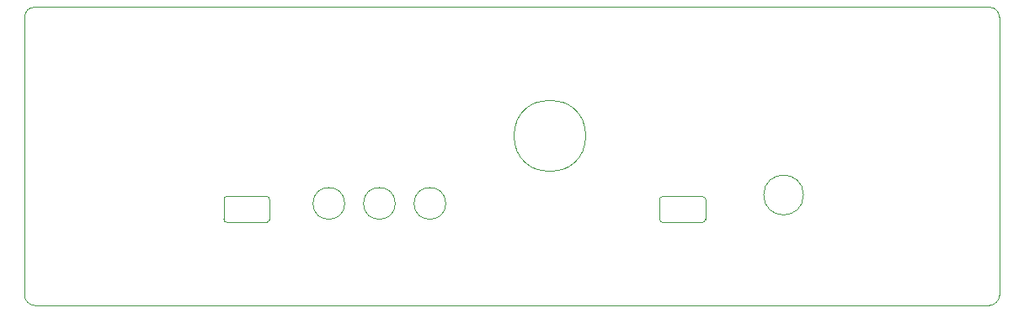
<source format=gbr>
%TF.GenerationSoftware,KiCad,Pcbnew,(5.1.9)-1*%
%TF.CreationDate,2021-04-04T20:16:54-07:00*%
%TF.ProjectId,miditwiddle-front,6d696469-7477-4696-9464-6c652d66726f,rev?*%
%TF.SameCoordinates,PX9157080PY68799b0*%
%TF.FileFunction,Profile,NP*%
%FSLAX46Y46*%
G04 Gerber Fmt 4.6, Leading zero omitted, Abs format (unit mm)*
G04 Created by KiCad (PCBNEW (5.1.9)-1) date 2021-04-04 20:16:54*
%MOMM*%
%LPD*%
G01*
G04 APERTURE LIST*
%TA.AperFunction,Profile*%
%ADD10C,0.050000*%
%TD*%
G04 APERTURE END LIST*
D10*
X-24370000Y1600000D02*
X-24370000Y3600000D01*
X-28970000Y3600000D02*
X-28970000Y1600000D01*
X-24670000Y3900000D02*
X-28670000Y3900000D01*
X-28670000Y1300000D02*
X-24670000Y1300000D01*
X-28970000Y3600000D02*
G75*
G02*
X-28670000Y3900000I300000J0D01*
G01*
X-24670000Y3900000D02*
G75*
G02*
X-24370000Y3600000I0J-300000D01*
G01*
X-24370000Y1600000D02*
G75*
G02*
X-24670000Y1300000I-300000J0D01*
G01*
X-28670000Y1300000D02*
G75*
G02*
X-28970000Y1600000I0J300000D01*
G01*
X14845000Y3600000D02*
G75*
G02*
X15145000Y3900000I300000J0D01*
G01*
X19145000Y3900000D02*
G75*
G02*
X19445000Y3600000I0J-300000D01*
G01*
X19445000Y1600000D02*
G75*
G02*
X19145000Y1300000I-300000J0D01*
G01*
X15145000Y1300000D02*
G75*
G02*
X14845000Y1600000I0J300000D01*
G01*
X19445000Y1600000D02*
X19445000Y3600000D01*
X14845000Y3600000D02*
X14845000Y1600000D01*
X19145000Y3900000D02*
X15145000Y3900000D01*
X15145000Y1300000D02*
X19145000Y1300000D01*
X-16815000Y3200000D02*
G75*
G03*
X-16815000Y3200000I-1600000J0D01*
G01*
X-11735000Y3200000D02*
G75*
G03*
X-11735000Y3200000I-1600000J0D01*
G01*
X-6655000Y3200000D02*
G75*
G03*
X-6655000Y3200000I-1600000J0D01*
G01*
X29305000Y4050000D02*
G75*
G03*
X29305000Y4050000I-2000000J0D01*
G01*
X7410000Y10000000D02*
G75*
G03*
X7410000Y10000000I-3600000J0D01*
G01*
X-49000000Y21950000D02*
G75*
G02*
X-48000000Y22950000I1000000J0D01*
G01*
X48000000Y22950000D02*
G75*
G02*
X49000000Y21950000I0J-1000000D01*
G01*
X49000000Y-6050000D02*
G75*
G02*
X48000000Y-7050000I-1000000J0D01*
G01*
X-48000000Y-7050000D02*
G75*
G02*
X-49000000Y-6050000I0J1000000D01*
G01*
X49000000Y21950000D02*
X49000000Y-6050000D01*
X-48000000Y22950000D02*
X48000000Y22950000D01*
X-49000000Y-6050000D02*
X-49000000Y21950000D01*
X48000000Y-7050000D02*
X-48000000Y-7050000D01*
M02*

</source>
